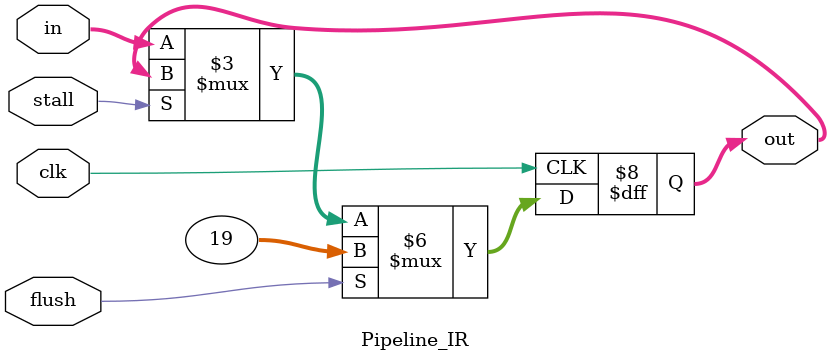
<source format=sv>
module Pipeline_IR
(
    input  logic        clk, 
    input  logic        stall, 
    input  logic        flush, 
    input  logic [31:0] in, 
	output logic [31:0] out

);
	always_ff @(posedge clk) begin
		if (flush) out <= 19;
		else if (~stall) out <= in;
	end
endmodule
</source>
